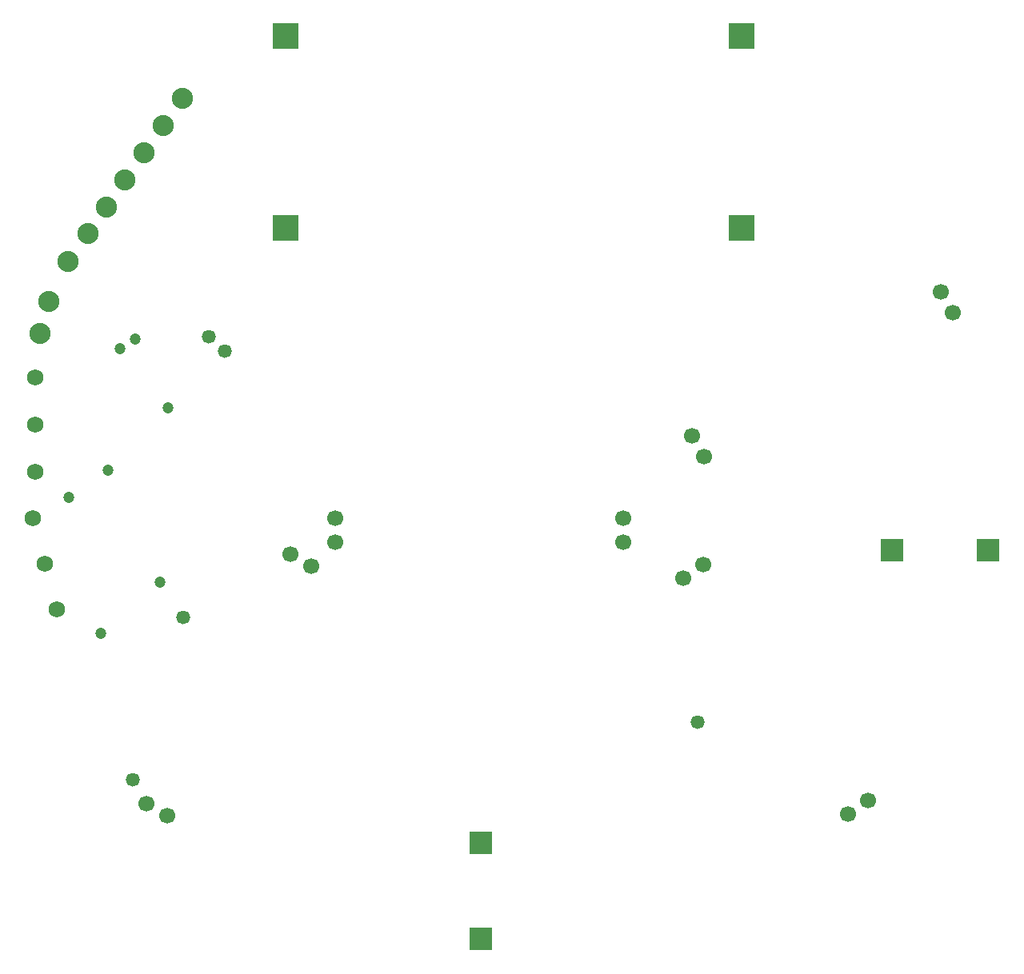
<source format=gbs>
G04 Layer_Color=16711935*
%FSLAX42Y42*%
%MOMM*%
G71*
G01*
G75*
%ADD47C,2.24*%
%ADD48C,1.70*%
%ADD49R,2.49X2.49*%
%ADD50R,2.49X2.49*%
%ADD51R,2.74X2.74*%
%ADD52C,1.73*%
%ADD53C,1.20*%
%ADD54C,1.47*%
D47*
X5939Y15076D02*
D03*
X7142Y16798D02*
D03*
X6941Y16511D02*
D03*
X6740Y16224D02*
D03*
X6540Y15938D02*
D03*
X6339Y15651D02*
D03*
X6145Y15369D02*
D03*
X5639Y14313D02*
D03*
X5730Y14651D02*
D03*
D48*
X14402Y9365D02*
D03*
X14194Y9220D02*
D03*
X12654Y11862D02*
D03*
X12446Y11717D02*
D03*
X15176Y14753D02*
D03*
X15303Y14533D02*
D03*
X12536Y13229D02*
D03*
X12663Y13009D02*
D03*
X11811Y12357D02*
D03*
Y12103D02*
D03*
X8763Y12357D02*
D03*
Y12103D02*
D03*
X6985Y9208D02*
D03*
X6766Y9335D02*
D03*
X8509Y11848D02*
D03*
X8290Y11975D02*
D03*
D49*
X10300Y8915D02*
D03*
Y7899D02*
D03*
D50*
X14656Y12014D02*
D03*
X15672D02*
D03*
D51*
X13068Y17462D02*
D03*
Y15430D02*
D03*
X8242D02*
D03*
Y17462D02*
D03*
D52*
X5588Y13848D02*
D03*
Y13348D02*
D03*
Y12847D02*
D03*
X5560Y12358D02*
D03*
X5690Y11875D02*
D03*
X5819Y11391D02*
D03*
D53*
X6642Y14249D02*
D03*
X5946Y12573D02*
D03*
X6355Y12860D02*
D03*
X6279Y11138D02*
D03*
X6906Y11676D02*
D03*
X6485Y14148D02*
D03*
X6990Y13520D02*
D03*
D54*
X6617Y9589D02*
D03*
X7150Y11303D02*
D03*
X12598Y10198D02*
D03*
X7595Y14122D02*
D03*
X7429Y14275D02*
D03*
M02*

</source>
